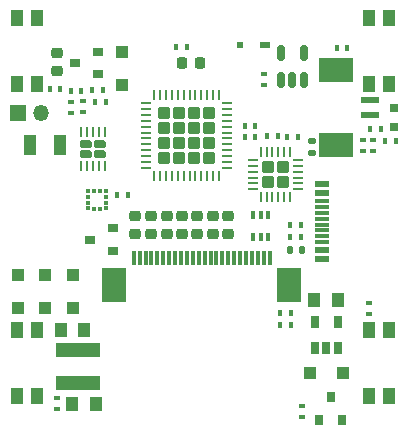
<source format=gbr>
G04 #@! TF.GenerationSoftware,KiCad,Pcbnew,(7.0.0)*
G04 #@! TF.CreationDate,2023-08-19T21:43:34+02:00*
G04 #@! TF.ProjectId,Watchy,57617463-6879-42e6-9b69-6361645f7063,rev?*
G04 #@! TF.SameCoordinates,Original*
G04 #@! TF.FileFunction,Paste,Top*
G04 #@! TF.FilePolarity,Positive*
%FSLAX46Y46*%
G04 Gerber Fmt 4.6, Leading zero omitted, Abs format (unit mm)*
G04 Created by KiCad (PCBNEW (7.0.0)) date 2023-08-19 21:43:34*
%MOMM*%
%LPD*%
G01*
G04 APERTURE LIST*
G04 Aperture macros list*
%AMRoundRect*
0 Rectangle with rounded corners*
0 $1 Rounding radius*
0 $2 $3 $4 $5 $6 $7 $8 $9 X,Y pos of 4 corners*
0 Add a 4 corners polygon primitive as box body*
4,1,4,$2,$3,$4,$5,$6,$7,$8,$9,$2,$3,0*
0 Add four circle primitives for the rounded corners*
1,1,$1+$1,$2,$3*
1,1,$1+$1,$4,$5*
1,1,$1+$1,$6,$7*
1,1,$1+$1,$8,$9*
0 Add four rect primitives between the rounded corners*
20,1,$1+$1,$2,$3,$4,$5,0*
20,1,$1+$1,$4,$5,$6,$7,0*
20,1,$1+$1,$6,$7,$8,$9,0*
20,1,$1+$1,$8,$9,$2,$3,0*%
G04 Aperture macros list end*
%ADD10R,0.800000X0.900000*%
%ADD11R,0.900000X0.800000*%
%ADD12R,0.400000X0.600000*%
%ADD13R,0.600000X0.400000*%
%ADD14RoundRect,0.250000X0.275000X0.275000X-0.275000X0.275000X-0.275000X-0.275000X0.275000X-0.275000X0*%
%ADD15RoundRect,0.062500X0.350000X0.062500X-0.350000X0.062500X-0.350000X-0.062500X0.350000X-0.062500X0*%
%ADD16RoundRect,0.062500X0.062500X0.350000X-0.062500X0.350000X-0.062500X-0.350000X0.062500X-0.350000X0*%
%ADD17R,3.700000X1.200000*%
%ADD18R,1.100000X1.100000*%
%ADD19RoundRect,0.250000X-0.270000X0.270000X-0.270000X-0.270000X0.270000X-0.270000X0.270000X0.270000X0*%
%ADD20RoundRect,0.062500X-0.062500X0.375000X-0.062500X-0.375000X0.062500X-0.375000X0.062500X0.375000X0*%
%ADD21RoundRect,0.062500X-0.375000X0.062500X-0.375000X-0.062500X0.375000X-0.062500X0.375000X0.062500X0*%
%ADD22R,0.400000X0.650000*%
%ADD23R,1.000000X1.250000*%
%ADD24R,1.000000X1.400000*%
%ADD25R,0.800000X0.800000*%
%ADD26RoundRect,0.150000X0.150000X-0.512500X0.150000X0.512500X-0.150000X0.512500X-0.150000X-0.512500X0*%
%ADD27R,2.900000X2.100000*%
%ADD28R,1.600000X0.500000*%
%ADD29R,0.650000X1.060000*%
%ADD30R,0.300000X1.300000*%
%ADD31R,2.000000X3.000000*%
%ADD32R,1.350000X1.350000*%
%ADD33O,1.350000X1.350000*%
%ADD34R,0.500000X0.500000*%
%ADD35R,0.900000X0.500000*%
%ADD36R,1.000000X1.800000*%
%ADD37R,0.375000X0.350000*%
%ADD38R,0.350000X0.375000*%
%ADD39RoundRect,0.172500X-0.332500X0.172500X-0.332500X-0.172500X0.332500X-0.172500X0.332500X0.172500X0*%
%ADD40RoundRect,0.062500X-0.062500X0.350000X-0.062500X-0.350000X0.062500X-0.350000X0.062500X0.350000X0*%
%ADD41RoundRect,0.225000X-0.225000X-0.250000X0.225000X-0.250000X0.225000X0.250000X-0.225000X0.250000X0*%
%ADD42RoundRect,0.225000X0.250000X-0.225000X0.250000X0.225000X-0.250000X0.225000X-0.250000X-0.225000X0*%
%ADD43RoundRect,0.225000X-0.250000X0.225000X-0.250000X-0.225000X0.250000X-0.225000X0.250000X0.225000X0*%
%ADD44RoundRect,0.140000X0.170000X-0.140000X0.170000X0.140000X-0.170000X0.140000X-0.170000X-0.140000X0*%
%ADD45RoundRect,0.140000X-0.140000X-0.170000X0.140000X-0.170000X0.140000X0.170000X-0.140000X0.170000X0*%
%ADD46R,1.160000X0.600000*%
%ADD47R,1.160000X0.300000*%
G04 APERTURE END LIST*
D10*
X95435999Y-111185199D03*
X97335999Y-111185199D03*
X96385999Y-109185199D03*
D11*
X76735799Y-81874399D03*
X76735799Y-79974399D03*
X74735799Y-80924399D03*
D12*
X83312199Y-79603599D03*
X84212199Y-79603599D03*
D13*
X99099999Y-88359999D03*
X99099999Y-87459999D03*
X93947599Y-110889199D03*
X93947599Y-109989199D03*
D14*
X92372800Y-91033600D03*
X92372800Y-89733600D03*
X91072800Y-91033600D03*
X91072800Y-89733600D03*
D15*
X93660300Y-91633600D03*
X93660300Y-91133600D03*
X93660300Y-90633600D03*
X93660300Y-90133600D03*
X93660300Y-89633600D03*
X93660300Y-89133600D03*
D16*
X92972800Y-88446100D03*
X92472800Y-88446100D03*
X91972800Y-88446100D03*
X91472800Y-88446100D03*
X90972800Y-88446100D03*
X90472800Y-88446100D03*
D15*
X89785300Y-89133600D03*
X89785300Y-89633600D03*
X89785300Y-90133600D03*
X89785300Y-90633600D03*
X89785300Y-91133600D03*
X89785300Y-91633600D03*
D16*
X90472800Y-92321100D03*
X90972800Y-92321100D03*
X91472800Y-92321100D03*
X91972800Y-92321100D03*
X92472800Y-92321100D03*
X92972800Y-92321100D03*
D11*
X78005799Y-96834999D03*
X78005799Y-94934999D03*
X76005799Y-95884999D03*
D17*
X75029999Y-105239999D03*
X75029999Y-108039999D03*
D12*
X76200199Y-83184999D03*
X77100199Y-83184999D03*
D18*
X74549999Y-98889999D03*
X74549999Y-101689999D03*
D19*
X86137750Y-85135350D03*
X84847750Y-85135350D03*
X83557750Y-85135350D03*
X82267750Y-85135350D03*
X86137750Y-86425350D03*
X84847750Y-86425350D03*
X83557750Y-86425350D03*
X82267750Y-86425350D03*
X86137750Y-87715350D03*
X84847750Y-87715350D03*
X83557750Y-87715350D03*
X82267750Y-87715350D03*
X86137750Y-89005350D03*
X84847750Y-89005350D03*
X83557750Y-89005350D03*
X82267750Y-89005350D03*
D20*
X86952750Y-83632850D03*
X86452750Y-83632850D03*
X85952750Y-83632850D03*
X85452750Y-83632850D03*
X84952750Y-83632850D03*
X84452750Y-83632850D03*
X83952750Y-83632850D03*
X83452750Y-83632850D03*
X82952750Y-83632850D03*
X82452750Y-83632850D03*
X81952750Y-83632850D03*
X81452750Y-83632850D03*
D21*
X80765250Y-84320350D03*
X80765250Y-84820350D03*
X80765250Y-85320350D03*
X80765250Y-85820350D03*
X80765250Y-86320350D03*
X80765250Y-86820350D03*
X80765250Y-87320350D03*
X80765250Y-87820350D03*
X80765250Y-88320350D03*
X80765250Y-88820350D03*
X80765250Y-89320350D03*
X80765250Y-89820350D03*
D20*
X81452750Y-90507850D03*
X81952750Y-90507850D03*
X82452750Y-90507850D03*
X82952750Y-90507850D03*
X83452750Y-90507850D03*
X83952750Y-90507850D03*
X84452750Y-90507850D03*
X84952750Y-90507850D03*
X85452750Y-90507850D03*
X85952750Y-90507850D03*
X86452750Y-90507850D03*
X86952750Y-90507850D03*
D21*
X87640250Y-89820350D03*
X87640250Y-89320350D03*
X87640250Y-88820350D03*
X87640250Y-88320350D03*
X87640250Y-87820350D03*
X87640250Y-87320350D03*
X87640250Y-86820350D03*
X87640250Y-86320350D03*
X87640250Y-85820350D03*
X87640250Y-85320350D03*
X87640250Y-84820350D03*
X87640250Y-84320350D03*
D22*
X89817799Y-95691999D03*
X90467799Y-95691999D03*
X91117799Y-95691999D03*
X91117799Y-93791999D03*
X90467799Y-93791999D03*
X89817799Y-93791999D03*
D13*
X73249999Y-110219999D03*
X73249999Y-109319999D03*
D23*
X95020999Y-101015799D03*
X97020999Y-101015799D03*
D12*
X101915999Y-87579199D03*
X101015999Y-87579199D03*
D13*
X99999999Y-88359999D03*
X99999999Y-87459999D03*
D24*
X69829999Y-109129999D03*
X71529999Y-109129999D03*
X69829999Y-103529999D03*
X71529999Y-103529999D03*
X101369999Y-103529999D03*
X99669999Y-103529999D03*
X101369999Y-109129999D03*
X99669999Y-109129999D03*
D12*
X93025999Y-103098599D03*
X92125999Y-103098599D03*
D18*
X72249999Y-98889999D03*
X72249999Y-101689999D03*
D23*
X73529999Y-103519999D03*
X75529999Y-103519999D03*
D12*
X96909999Y-79669999D03*
X97809999Y-79669999D03*
D25*
X101739999Y-86379999D03*
X101739999Y-84779999D03*
D23*
X74529999Y-109769999D03*
X76529999Y-109769999D03*
D18*
X97406599Y-107169199D03*
X94606599Y-107169199D03*
D26*
X92210200Y-82341300D03*
X93160200Y-82341300D03*
X94110200Y-82341300D03*
X94110200Y-80066300D03*
X92210200Y-80066300D03*
D12*
X90028799Y-86232999D03*
X89128799Y-86232999D03*
X92125999Y-102082599D03*
X93025999Y-102082599D03*
D13*
X99662599Y-101251599D03*
X99662599Y-102151599D03*
D27*
X96879999Y-87876999D03*
X96879999Y-81544999D03*
D28*
X99729999Y-85344999D03*
X99729999Y-84094999D03*
D18*
X69949999Y-101689999D03*
X69949999Y-98889999D03*
D29*
X95081999Y-105043399D03*
X96031999Y-105043399D03*
X96981999Y-105043399D03*
X96981999Y-102843399D03*
X95081999Y-102843399D03*
D24*
X101369999Y-77129999D03*
X99669999Y-77129999D03*
X101369999Y-82729999D03*
X99669999Y-82729999D03*
X69829999Y-82729999D03*
X71529999Y-82729999D03*
X69829999Y-77129999D03*
X71529999Y-77129999D03*
D30*
X91224999Y-97419999D03*
X90724999Y-97419999D03*
X90224999Y-97419999D03*
X89724999Y-97419999D03*
X89224999Y-97419999D03*
X88724999Y-97419999D03*
X88224999Y-97419999D03*
X87724999Y-97419999D03*
X87224999Y-97419999D03*
X86724999Y-97419999D03*
X86224999Y-97419999D03*
X85724999Y-97419999D03*
X85224999Y-97419999D03*
X84724999Y-97419999D03*
X84224999Y-97419999D03*
X83724999Y-97419999D03*
X83224999Y-97419999D03*
X82724999Y-97419999D03*
X82224999Y-97419999D03*
X81724999Y-97419999D03*
X81224999Y-97419999D03*
X80724999Y-97419999D03*
X80224999Y-97419999D03*
X79724999Y-97419999D03*
D31*
X78074999Y-99769999D03*
X92874999Y-99769999D03*
D12*
X90028799Y-87223599D03*
X89128799Y-87223599D03*
X73493399Y-83159599D03*
X72593399Y-83159599D03*
D18*
X78732999Y-79981599D03*
X78732999Y-82781599D03*
D32*
X69899999Y-85154999D03*
D33*
X71899999Y-85154999D03*
D13*
X74440399Y-84233599D03*
X74440399Y-85133599D03*
D34*
X88724999Y-79429999D03*
D35*
X90824999Y-79429999D03*
D12*
X74396799Y-83311999D03*
X75296799Y-83311999D03*
X76454199Y-84277199D03*
X77354199Y-84277199D03*
D36*
X73455199Y-87909399D03*
X70955199Y-87909399D03*
D37*
X75837399Y-91752799D03*
X75837399Y-92252799D03*
X75837399Y-92752799D03*
X75837399Y-93252799D03*
D38*
X76349899Y-93265299D03*
X76849899Y-93265299D03*
D37*
X77362399Y-93252799D03*
X77362399Y-92752799D03*
X77362399Y-92252799D03*
X77362399Y-91752799D03*
D38*
X76849899Y-91740299D03*
X76349899Y-91740299D03*
D39*
X76894200Y-87778500D03*
X75644200Y-87778500D03*
X76894200Y-88628500D03*
X75644200Y-88628500D03*
D40*
X77269200Y-86741000D03*
X76769200Y-86741000D03*
X76269200Y-86741000D03*
X75769200Y-86741000D03*
X75269200Y-86741000D03*
X75269200Y-89666000D03*
X75769200Y-89666000D03*
X76269200Y-89666000D03*
X76769200Y-89666000D03*
X77269200Y-89666000D03*
D13*
X75456399Y-84182799D03*
X75456399Y-85082799D03*
X90772599Y-82796799D03*
X90772599Y-81896799D03*
D41*
X83800000Y-80899000D03*
X85350000Y-80899000D03*
D42*
X87710000Y-95415000D03*
X87710000Y-93865000D03*
X82510000Y-95415000D03*
X82510000Y-93865000D03*
X85110000Y-95415000D03*
X85110000Y-93865000D03*
X86410000Y-95415000D03*
X86410000Y-93865000D03*
X83810000Y-95415000D03*
X83810000Y-93865000D03*
X81160000Y-95415000D03*
X81160000Y-93865000D03*
X79860000Y-95415000D03*
X79860000Y-93865000D03*
D43*
X73221200Y-80073200D03*
X73221200Y-81623200D03*
D12*
X78340799Y-92074999D03*
X79240799Y-92074999D03*
D44*
X94811200Y-88516400D03*
X94811200Y-87556400D03*
D45*
X92985000Y-96774000D03*
X93945000Y-96774000D03*
D12*
X93864199Y-95630999D03*
X92964199Y-95630999D03*
D46*
X95689999Y-97559999D03*
X95689999Y-96759999D03*
D47*
X95689999Y-95609999D03*
X95689999Y-94609999D03*
X95689999Y-94109999D03*
X95689999Y-93109999D03*
D46*
X95689999Y-91959999D03*
X95689999Y-91159999D03*
X95689999Y-91159999D03*
X95689999Y-91959999D03*
D47*
X95689999Y-92609999D03*
X95689999Y-93609999D03*
X95689999Y-95109999D03*
X95689999Y-96109999D03*
D46*
X95689999Y-96759999D03*
X95689999Y-97559999D03*
D12*
X92735599Y-87172799D03*
X93635599Y-87172799D03*
X93864199Y-94640399D03*
X92964199Y-94640399D03*
X99720599Y-86486999D03*
X100620599Y-86486999D03*
X91908399Y-87147399D03*
X91008399Y-87147399D03*
M02*

</source>
